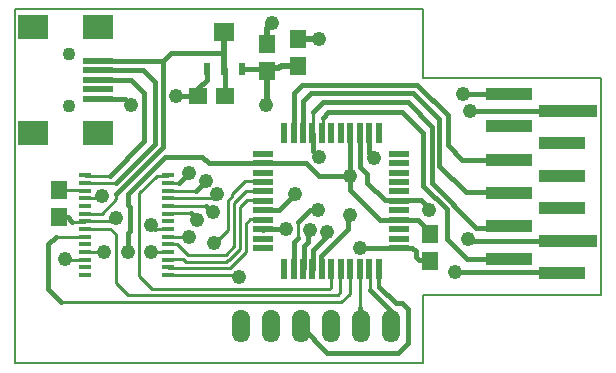
<source format=gtl>
%FSLAX23Y23*%
%MOMM*%
G04 EasyPC Gerber Version 16.0.6 Build 3249 *
%ADD76O,1.52400X2.79400*%
%ADD91R,0.50000X1.80000*%
%ADD94R,0.55000X1.10000*%
%ADD79R,1.39700X1.52400*%
%ADD74C,0.12700*%
%ADD75C,0.25400*%
%ADD82C,0.30000*%
%ADD81C,0.38100*%
%ADD123C,0.40000*%
%ADD96C,0.50000*%
%ADD89C,1.10320*%
%ADD80C,1.21920*%
%ADD86R,1.00000X0.40000*%
%ADD90R,1.80000X0.50000*%
%ADD87R,2.50000X0.50000*%
%ADD92R,4.00000X1.00000*%
%ADD93R,5.00000X1.00000*%
%ADD77R,1.52400X1.39700*%
%ADD95R,1.70000X1.55000*%
%ADD88R,2.50000X2.00000*%
X0Y0D02*
D02*
D74*
X438183Y442303D02*
X472683D01*
Y448103*
X487723*
Y466503*
X472683*
Y472303*
X438183*
Y442303*
D02*
D75*
X441883Y456946D02*
X444015D01*
X444033Y456928*
X442083Y447503D02*
X465783D01*
X466483Y448203*
Y450253*
X466533Y450303*
X442983Y454303D02*
X444008D01*
X444033Y454328*
Y451078D02*
X442408D01*
X444033Y451728D02*
X445658D01*
X444033Y453028D02*
X441608D01*
X444033Y453678D02*
Y453703D01*
X446208*
X446683Y453228*
Y449128*
X447708Y448103*
X465483*
X465683Y448303*
Y450253*
X465733Y450303*
X444033Y454328D02*
X446408D01*
X446683Y454603*
X444033Y456278D02*
X445258D01*
X444033Y457578D02*
X446658D01*
X446183Y458203D02*
X444058D01*
X446683Y456603D02*
Y456178D01*
X445483Y454978*
X444033*
X451108Y458203D02*
X450183D01*
X448683Y456703*
Y449703*
X449783Y448603*
X464783*
X464933Y448753*
Y450303*
X451133Y449778D02*
X456908D01*
X451133Y451728D02*
X449708D01*
X451133Y452378D02*
Y452403D01*
X451858*
X452758Y451503*
X455983*
X456683Y452203*
Y455903*
X457683Y456903*
X459133*
X459183Y456853*
X451133Y453028D02*
X452858D01*
X451133Y453678D02*
X450008D01*
X451133Y454978D02*
Y455003D01*
X453083*
X451133Y455628D02*
X454358D01*
X451133Y456278D02*
X454958D01*
X451133Y456928D02*
X453508D01*
X451133Y457578D02*
X452058D01*
X459183Y454453D02*
X459133Y454503D01*
X458083*
X457683Y454103*
Y451703*
X456383Y450403*
X451133*
Y450428*
X459183Y456053D02*
X459133Y456103D01*
X457783*
X457183Y455503*
Y451978*
X456283Y451078*
X456158*
X455983Y450903*
X452583*
X452383Y451103*
X451183*
X451133Y451078*
X459183Y457653D02*
X459133Y457703D01*
X457583*
X456483Y456603*
Y456403*
X456183Y456103*
Y453603*
X455183Y452603*
X462083Y454303D02*
Y452903D01*
X463333Y461803D02*
X463383D01*
Y463553*
X464133Y461803D02*
X464183D01*
Y463103*
X467333Y450303D02*
Y446953D01*
X468133Y450303D02*
X468183D01*
Y448503*
D02*
D76*
X457283Y445503D03*
X459823D03*
X462363D03*
X464903D03*
X467443D03*
X469983D03*
D02*
D77*
X453640Y464903D03*
X455926D03*
D02*
D79*
X441883Y454660D03*
Y456946D03*
X459483Y467060D03*
Y469346D03*
X462083Y467460D03*
Y469746D03*
X473283Y450960D03*
Y453246D03*
D02*
D80*
X442383Y451103D03*
X445483Y456503D03*
X445683Y451703D03*
X446683Y454603D03*
X447683Y451703D03*
X447983Y464203D03*
X449683Y451703D03*
Y454003D03*
X451783Y464903D03*
X452883Y453003D03*
Y458403D03*
X453583Y454403D03*
X454283Y457703D03*
X454883Y455103D03*
X454983Y452503D03*
X455283Y456603D03*
X457083Y449603D03*
X459383Y464203D03*
X459883Y471103D03*
X461083Y453703D03*
X461883Y456603D03*
X463083Y453603D03*
X463783Y455303D03*
X463883Y459803D03*
Y469803D03*
X464583Y453403D03*
X466483Y454903D03*
Y458203D03*
X467383Y452103D03*
X468583Y459703D03*
X473183Y455303D03*
X475383Y450003D03*
X476083Y465103D03*
X476483Y452803D03*
X476683Y463703D03*
D02*
D81*
X441608Y453028D02*
X440983Y452403D01*
Y448603*
X442083Y447503*
X441883Y454660D02*
X442626D01*
X442983Y454303*
X442408Y451078D02*
X442383Y451103D01*
X445183Y464703D02*
X447483D01*
X447983Y464203*
X445183Y466303D02*
X447983D01*
X449083Y465203*
Y461103*
X446183Y458203*
X445183Y467903D02*
X450683D01*
X445258Y456278D02*
X445483Y456503D01*
X445658Y451728D02*
X445683Y451703D01*
X446658Y457578D02*
X449983Y460903D01*
Y466103*
X448983Y467103*
X445183*
X447683Y451703D02*
Y453303D01*
X447883Y453503*
Y455503*
X447683Y455703*
Y456603*
X450883Y459803*
X453983*
X454533Y459253*
X459183*
X449708Y451728D02*
X449683Y451703D01*
X450008Y453678D02*
X449683Y454003D01*
X450683Y467903D02*
Y460603D01*
X446683Y456603*
X450683Y467903D02*
X451383Y468603D01*
X455883*
X452058Y457578D02*
X452883Y458403D01*
X452858Y453028D02*
X452883Y453003D01*
X453083Y455003D02*
X453583Y454503D01*
Y454403*
X453508Y456928D02*
X454283Y457703D01*
X453640Y464903D02*
X451783D01*
X454358Y455628D02*
X454883Y455103D01*
X454383Y467265D02*
Y466303D01*
X453683Y465603*
Y465046*
X453640Y465003*
Y464903*
X454958Y456278D02*
X455283Y456603D01*
X455183Y452603D02*
X454983D01*
Y452503*
X455926Y464903D02*
Y467222D01*
X455883Y467265*
X456908Y449778D02*
X457083Y449603D01*
X459158Y453628D02*
X459183Y453653D01*
X459158Y453628D02*
X459183Y453653D01*
X459283*
X459333Y453703*
X461083*
X459183Y459253D02*
Y459303D01*
X462783*
X463883Y458203*
X466483*
Y457303*
X459278Y467265D02*
X459483Y467060D01*
Y464303D02*
X459383Y464203D01*
X459726Y467303D02*
X459483Y467060D01*
X461733Y461803D02*
Y465203D01*
X462433Y465903*
X472183*
X474783Y463303*
Y460803*
X476033Y459553*
X479933*
X479983Y459503*
X461883Y456603D02*
X460533Y455253D01*
X459183*
X462083Y452903D02*
X461783Y452603D01*
Y450353*
X462363Y445503D02*
Y445423D01*
X464583Y443203*
X470583*
X471383Y444003*
Y446903*
X470883Y447403*
X470383*
X468983Y448803*
X462533Y461803D02*
Y464553D01*
X463183Y465203*
X471883*
X474083Y463003*
Y459053*
X476333Y456803*
X479883*
X479983Y456703*
X463083Y453603D02*
X462983D01*
Y452603*
X462583Y452203*
Y450353*
X463383Y450303D02*
Y451903D01*
X464433Y452953*
Y453253*
X464583Y453403*
X463383Y463553D02*
X464233Y464403D01*
X471383*
X473433Y462353*
Y457553*
X477183Y453803*
X479883*
X479983Y453903*
X463783Y455303D02*
X463083D01*
X462083Y454303*
X463826Y469746D02*
X463883Y469803D01*
Y459803D02*
X463383Y460303D01*
Y461753*
X463333Y461803*
X464083Y450303D02*
Y451403D01*
X466383Y453703*
Y454903*
X466483*
X464183Y463103D02*
X464683Y463603D01*
X470883*
X472683Y461803*
Y457353*
X474683Y455353*
Y452803*
X476383Y451103*
X479983*
X466483Y457303D02*
Y458203D01*
Y461753*
X466533Y461803*
X467333Y446953D02*
X467383Y446903D01*
Y446342*
X467443Y446283*
Y445503*
X467333Y461803D02*
Y458953D01*
X467983Y458303*
Y457603*
X469483Y456103*
X470683*
X467383Y452103D02*
X470633D01*
X470683Y452053*
X468133Y461803D02*
Y460153D01*
X468583Y459703*
X468183Y448503D02*
X469983Y446703D01*
Y445503*
X470683Y452053D02*
Y452103D01*
X471783*
X472083Y451803*
Y451303*
X472333Y451053*
X473190*
X473283Y450960*
X470683Y454453D02*
X472233D01*
X473283Y453403*
Y453246*
X470683Y454453D02*
X469033D01*
X466483Y457003*
Y457303*
X470683Y456103D02*
X472483D01*
X473183Y455403*
Y455303*
X475383Y450003D02*
X484433D01*
X484483Y449953*
X479783Y451303D02*
X479983Y451103D01*
X479783Y451303D02*
X479983Y451103D01*
Y465103D02*
X476083D01*
X484983Y452703D02*
X476583D01*
X476483Y452803*
X484983Y463703D02*
X476683D01*
D02*
D82*
X468983Y448803D02*
Y450253D01*
D02*
D86*
X444033Y449778D03*
Y450428D03*
Y451078D03*
Y451728D03*
Y452378D03*
Y453028D03*
Y453678D03*
Y454328D03*
Y454978D03*
Y455628D03*
Y456278D03*
Y456928D03*
Y457578D03*
Y458228D03*
X451133Y449778D03*
Y450428D03*
Y451078D03*
Y451728D03*
Y452378D03*
Y453028D03*
Y453678D03*
Y454328D03*
Y454978D03*
Y455628D03*
Y456278D03*
Y456928D03*
Y457578D03*
Y458228D03*
D02*
D87*
X445183Y464703D03*
Y465503D03*
Y466303D03*
Y467103D03*
Y467903D03*
D02*
D88*
X439683Y461803D03*
Y470803D03*
X445183Y461803D03*
Y470803D03*
D02*
D89*
X442683Y464103D03*
Y468503D03*
D02*
D90*
X459183Y452053D03*
Y452853D03*
Y453653D03*
Y454453D03*
Y455253D03*
Y456053D03*
Y456853D03*
Y457653D03*
Y458453D03*
Y459253D03*
Y460053D03*
X470683Y452053D03*
Y452853D03*
Y453653D03*
Y454453D03*
Y455253D03*
Y456053D03*
Y456853D03*
Y457653D03*
Y458453D03*
Y459253D03*
Y460053D03*
D02*
D91*
X460933Y450303D03*
Y461803D03*
X461733Y450303D03*
Y461803D03*
X462533Y450303D03*
Y461803D03*
X463333Y450303D03*
Y461803D03*
X464133Y450303D03*
Y461803D03*
X464933Y450303D03*
Y461803D03*
X465733Y450303D03*
Y461803D03*
X466533Y450303D03*
Y461803D03*
X467333Y450303D03*
Y461803D03*
X468133Y450303D03*
Y461803D03*
X468933Y450303D03*
Y461803D03*
D02*
D92*
X479983Y451103D03*
Y453903D03*
Y456703D03*
Y459503D03*
Y462403D03*
Y465103D03*
X484483Y449953D03*
Y455453D03*
Y458203D03*
Y460953D03*
D02*
D93*
X484983Y452703D03*
Y463703D03*
D02*
D94*
X454383Y467265D03*
X455883D03*
X457383D03*
D02*
D95*
X455883Y470340D03*
D02*
D96*
Y467265D02*
Y468603D01*
Y470340*
X459483Y467060D02*
Y464303D01*
Y469346D02*
Y470703D01*
X459883Y471103*
X462083Y467460D02*
X460640D01*
X460483Y467303*
X459726*
X462083Y469746D02*
X463826D01*
D02*
D123*
X457383Y467265D02*
X459278D01*
X0Y0D02*
M02*

</source>
